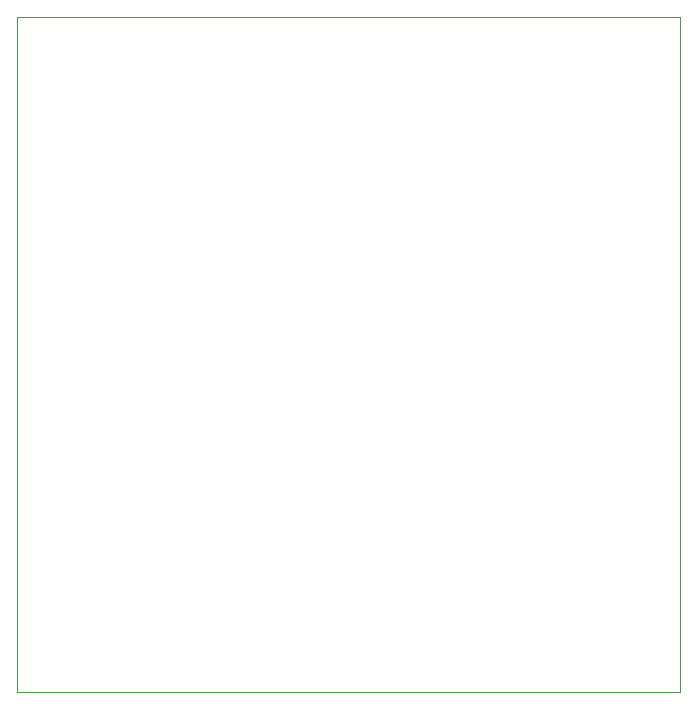
<source format=gbr>
G04 #@! TF.GenerationSoftware,KiCad,Pcbnew,(5.1.5)-3*
G04 #@! TF.CreationDate,2020-10-03T21:18:42-07:00*
G04 #@! TF.ProjectId,MCL86jr,4d434c38-366a-4722-9e6b-696361645f70,rev?*
G04 #@! TF.SameCoordinates,PX6b9fce8PY20f1980*
G04 #@! TF.FileFunction,Profile,NP*
%FSLAX46Y46*%
G04 Gerber Fmt 4.6, Leading zero omitted, Abs format (unit mm)*
G04 Created by KiCad (PCBNEW (5.1.5)-3) date 2020-10-03 21:18:42*
%MOMM*%
%LPD*%
G04 APERTURE LIST*
%ADD10C,0.050000*%
G04 APERTURE END LIST*
D10*
X0Y-57099200D02*
X0Y0D01*
X56134000Y-57099200D02*
X0Y-57099200D01*
X56134000Y0D02*
X56134000Y-57099200D01*
X0Y0D02*
X56134000Y0D01*
M02*

</source>
